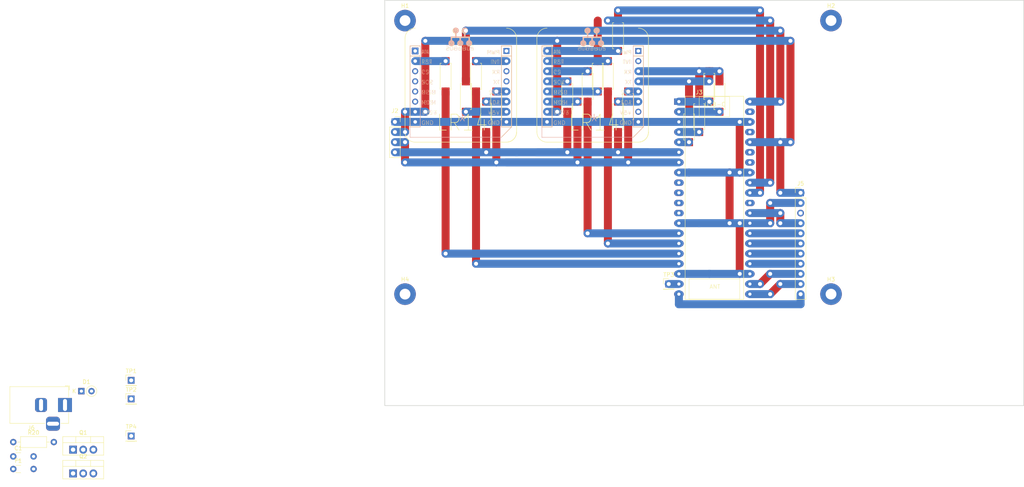
<source format=kicad_pcb>
(kicad_pcb (version 20240108) (generator "pcbnew") (generator_version "8.0")
  (layers (0 "F.Cu" signal) (31 "B.Cu" signal) (34 "B.Paste" user) (35 "F.Paste" user) (36 "B.SilkS" user "B.Silkscreen") (37 "F.SilkS" user "F.Silkscreen") (38 "B.Mask" user) (39 "F.Mask" user) (44 "Edge.Cuts" user))
  (net 0 "")
  (net 1 "GND")
  (net 2 "+5V")
  (net 3 "+3V3")
  (net 4 "Net-(J1-RST)")
  (net 5 "Net-(J1-AN)")
  (net 6 "Net-(J1-SDA)")
  (net 7 "Net-(J1-CS)")
  (net 9 "Net-(D1-A)")
  (net 11 "Net-(J1-MOSI)")
  (net 12 "Net-(J1-MISO)")
  (net 13 "Net-(J1-SCL)")
  (net 15 "Net-(J1-SCK)")
  (net 16 "Net-(D1-K)")
  (net 17 "/SDA_SCK")
  (net 18 "/SCL_MOSI")
  (net 19 "Net-(J3-EXIO7)")
  (net 20 "/U0_RX")
  (net 21 "Net-(J3-GPIO15)")
  (net 24 "/~{LR14_CS}")
  (net 25 "/SHT_IRQ")
  (net 26 "/UART_RX")
  (net 27 "Net-(J3-EXIO2)")
  (net 28 "/~{SHT_RST}")
  (net 30 "Net-(J3-GPIO22__SDIO_D2)")
  (net 33 "Net-(J3-~{RST})")
  (net 34 "/LR14_ADC")
  (net 35 "Net-(J3-EXIO4)")
  (net 36 "Net-(J3-GPIO23__SDIO_D3)")
  (net 37 "Net-(J3-EXIO6)")
  (net 39 "/~{LR14_RST}")
  (net 40 "Net-(J3-EXIO5)")
  (net 41 "/MISO")
  (net 42 "Net-(F1-Pad2)")
  (net 43 "Net-(J3-EXIO1)")
  (net 44 "Net-(J3-EXIO3)")
  (net 45 "Net-(J3-GPIO14)")
  (net 46 "/U0_TX")
  (net 47 "/UART_TX")
  (net 48 "Net-(J4-5V)")
  (net 50 "Net-(J4-SCL)")
  (net 51 "Net-(J4-RST)")
  (net 53 "Net-(J4-INT)")
  (net 55 "Net-(J4-SDA)")
  (net 63 "/RX")
  (net 64 "/TX")
  (footprint "Connector_PinHeader_2.54mm:PinHeader_1x01_P2.54mm_Vertical" (layer "F.Cu") (at -35.56 138.02)
    (property "Reference" "TP2" (at 0 -2.33 0) (layer "F.SilkS"))
    (property "Value" "1x1 2x54mm male")
    (pad "1" thru_hole rect (at 0 0) (size 1.7 1.7) (drill 1) (layers "*.Cu" "*.Mask") (net 21 "Net-(J3-GPIO15)"))
  )
  (footprint "Package_TO_SOT_THT:TO-220-3_Vertical" (layer "F.Cu") (at -50.1155 156.7065)
    (property "Reference" "Q2" (at 2.54 -4.27 0) (layer "F.SilkS"))
    (property "Value" "IRF4905")
    (pad "1" thru_hole rect (at 0 0) (size 1.905 2) (drill 1.1) (layers "*.Cu" "*.Mask") (net 1 "GND"))
    (pad "2" thru_hole oval (at 2.54 0) (size 1.905 2) (drill 1.1) (layers "*.Cu" "*.Mask") (net 16 "Net-(D1-K)"))
    (pad "3" thru_hole oval (at 5.08 0) (size 1.905 2) (drill 1.1) (layers "*.Cu" "*.Mask") (net 2 "+5V"))
  )
  (footprint "Connector_BarrelJack:BarrelJack_Horizontal" (layer "F.Cu") (at -52.1355 139.5515)
    (property "Reference" "J6" (at -8.45 5.75 0) (layer "F.SilkS"))
    (property "Value" "Barrel_Jack_Switch")
    (pad "1" thru_hole rect (at 0 0) (size 3.5 3.5) (drill oval 1 3) (layers "*.Cu" "*.Mask") (net 42 "Net-(F1-Pad2)"))
    (pad "2" thru_hole roundrect (at -6 0) (size 3 3.5) (drill oval 1 3) (layers "*.Cu" "*.Mask") (net 1 "GND"))
    (pad "3" thru_hole roundrect (at -3 4.7) (size 3.5 3.5) (drill oval 3 1) (layers "*.Cu" "*.Mask"))
  )
  (footprint "For_Rasterboard:R_Axial_DIN0207_L6.3mm_D2.5mm_Pinf_Horizontal" (layer "F.Cu") (at 55.88 60.96 -90)
    (property "Reference" "R17" (hide yes))
    (property "Value" "0")
    (pad "1" smd rect (at 0 0 270) (size 2 2) (layers "F.Cu") (net 50 "Net-(J4-SCL)"))
    (pad "2" smd rect (at 7.62 0 270) (size 2 2) (layers "F.Cu") (net 18 "/SCL_MOSI"))
  )
  (footprint "MountingHole:MountingHole_2.7mm_M2.5_Pad" (layer "F.Cu") (at 33.02 111.76)
    (property "Reference" "H4" (at 0 -3.7 0) (layer "F.SilkS"))
    (property "Value" "M2.5 hole")
    (pad "1" thru_hole circle (at 0 0) (size 5.4 5.4) (drill 2.7) (layers "*.Cu" "*.Mask") (net 1 "GND"))
  )
  (footprint "ESP32:ESP32-C6-Pico" (layer "F.Cu") (at 101.6 63.5)
    (property "Reference" "J3" (at 5.08 -2.33 0) (layer "F.SilkS"))
    (property "Value" "ESP32-C6-Pico")
    (fp_text user "USB-C" (at 6.35 1.27 0) (layer "F.SilkS") (effects (font (thickness 0.1)) (justify left bottom)))
    (fp_text user "ANT" (at 7.62 46.99 0) (layer "F.SilkS") (effects (font (thickness 0.1)) (justify left bottom)))
    (pad "1" thru_hole rect (at 0 0) (size 2.4 1.6) (drill 0.8) (layers "*.Cu" "*.Mask") (net 46 "/U0_TX"))
    (pad "2" thru_hole oval (at 0 2.54) (size 2.4 1.6) (drill 0.8) (layers "*.Cu" "*.Mask") (net 20 "/U0_RX"))
    (pad "3" thru_hole oval (at 0 5.08) (size 2.4 1.6) (drill 0.8) (layers "*.Cu" "*.Mask") (net 1 "GND"))
    (pad "4" thru_hole oval (at 0 7.62) (size 2.4 1.6) (drill 0.8) (layers "*.Cu" "*.Mask") (net 26 "/UART_RX"))
    (pad "5" thru_hole oval (at 0 10.16) (size 2.4 1.6) (drill 0.8) (layers "*.Cu" "*.Mask") (net 47 "/UART_TX"))
    (pad "6" thru_hole oval (at 0 12.7) (size 2.4 1.6) (drill 0.8) (layers "*.Cu" "*.Mask") (net 17 "/SDA_SCK"))
    (pad "7" thru_hole oval (at 0 15.24) (size 2.4 1.6) (drill 0.8) (layers "*.Cu" "*.Mask") (net 18 "/SCL_MOSI"))
    (pad "8" thru_hole oval (at 0 17.78) (size 2.4 1.6) (drill 0.8) (layers "*.Cu" "*.Mask") (net 1 "GND"))
    (pad "9" thru_hole oval (at 0 20.32) (size 2.4 1.6) (drill 0.8) (layers "*.Cu" "*.Mask") (net 45 "Net-(J3-GPIO14)"))
    (pad "10" thru_hole oval (at 0 22.86) (size 2.4 1.6) (drill 0.8) (layers "*.Cu" "*.Mask") (net 21 "Net-(J3-GPIO15)"))
    (pad "11" thru_hole oval (at 0 25.4) (size 2.4 1.6) (drill 0.8) (layers "*.Cu" "*.Mask"))
    (pad "12" thru_hole oval (at 0 27.94) (size 2.4 1.6) (drill 0.8) (layers "*.Cu" "*.Mask"))
    (pad "13" thru_hole oval (at 0 30.48) (size 2.4 1.6) (drill 0.8) (layers "*.Cu" "*.Mask") (net 1 "GND"))
    (pad "14" thru_hole oval (at 0 33.02) (size 2.4 1.6) (drill 0.8) (layers "*.Cu" "*.Mask") (net 24 "/~{LR14_CS}"))
    (pad "15" thru_hole oval (at 0 35.56) (size 2.4 1.6) (drill 0.8) (layers "*.Cu" "*.Mask") (net 39 "/~{LR14_RST}"))
    (pad "16" thru_hole oval (at 0 38.1) (size 2.4 1.6) (drill 0.8) (layers "*.Cu" "*.Mask") (net 28 "/~{SHT_RST}"))
    (pad "17" thru_hole oval (at 0 40.64) (size 2.4 1.6) (drill 0.8) (layers "*.Cu" "*.Mask") (net 25 "/SHT_IRQ"))
    (pad "18" thru_hole oval (at 0 43.18) (size 2.4 1.6) (drill 0.8) (layers "*.Cu" "*.Mask") (net 1 "GND"))
    (pad "19" thru_hole oval (at 0 45.72) (size 2.4 1.6) (drill 0.8) (layers "*.Cu" "*.Mask") (net 37 "Net-(J3-EXIO6)"))
    (pad "20" thru_hole oval (at 0 48.26) (size 2.4 1.6) (drill 0.8) (layers "*.Cu" "*.Mask") (net 19 "Net-(J3-EXIO7)"))
    (pad "21" thru_hole oval (at 17.78 48.26) (size 2.4 1.6) (drill 0.8) (layers "*.Cu" "*.Mask") (net 40 "Net-(J3-EXIO5)"))
    (pad "22" thru_hole oval (at 17.78 45.72) (size 2.4 1.6) (drill 0.8) (layers "*.Cu" "*.Mask") (net 35 "Net-(J3-EXIO4)"))
    (pad "23" thru_hole oval (at 17.78 43.18) (size 2.4 1.6) (drill 0.8) (layers "*.Cu" "*.Mask") (net 1 "GND"))
    (pad "24" thru_hole oval (at 17.78 40.64) (size 2.4 1.6) (drill 0.8) (layers "*.Cu" "*.Mask") (net 44 "Net-(J3-EXIO3)"))
    (pad "25" thru_hole oval (at 17.78 38.1) (size 2.4 1.6) (drill 0.8) (layers "*.Cu" "*.Mask") (net 27 "Net-(J3-EXIO2)"))
    (pad "26" thru_hole oval (at 17.78 35.56) (size 2.4 1.6) (drill 0.8) (layers "*.Cu" "*.Mask") (net 30 "Net-(J3-GPIO22__SDIO_D2)"))
    (pad "27" thru_hole oval (at 17.78 33.02) (size 2.4 1.6) (drill 0.8) (layers "*.Cu" "*.Mask") (net 36 "Net-(J3-GPIO23__SDIO_D3)"))
    (pad "28" thru_hole oval (at 17.78 30.48) (size 2.4 1.6) (drill 0.8) (layers "*.Cu" "*.Mask") (net 1 "GND"))
    (pad "29" thru_hole oval (at 17.78 27.94) (size 2.4 1.6) (drill 0.8) (layers "*.Cu" "*.Mask") (net 43 "Net-(J3-EXIO1)"))
    (pad "30" thru_hole oval (at 17.78 25.4) (size 2.4 1.6) (drill 0.8) (layers "*.Cu" "*.Mask") (net 33 "Net-(J3-~{RST})"))
    (pad "31" thru_hole oval (at 17.78 22.86) (size 2.4 1.6) (drill 0.8) (layers "*.Cu" "*.Mask") (net 34 "/LR14_ADC"))
    (pad "32" thru_hole oval (at 17.78 20.32) (size 2.4 1.6) (drill 0.8) (layers "*.Cu" "*.Mask") (net 41 "/MISO"))
    (pad "33" thru_hole oval (at 17.78 17.78) (size 2.4 1.6) (drill 0.8) (layers "*.Cu" "*.Mask") (net 1 "GND"))
    (pad "34" thru_hole oval (at 17.78 15.24) (size 2.4 1.6) (drill 0.8) (layers "*.Cu" "*.Mask"))
    (pad "35" thru_hole oval (at 17.78 12.7) (size 2.4 1.6) (drill 0.8) (layers "*.Cu" "*.Mask"))
    (pad "36" thru_hole oval (at 17.78 10.16) (size 2.4 1.6) (drill 0.8) (layers "*.Cu" "*.Mask") (net 3 "+3V3"))
    (pad "37" thru_hole oval (at 17.78 7.62) (size 2.4 1.6) (drill 0.8) (layers "*.Cu" "*.Mask"))
    (pad "38" thru_hole oval (at 17.78 5.08) (size 2.4 1.6) (drill 0.8) (layers "*.Cu" "*.Mask") (net 1 "GND"))
    (pad "39" thru_hole oval (at 17.78 2.54) (size 2.4 1.6) (drill 0.8) (layers "*.Cu" "*.Mask"))
    (pad "40" thru_hole oval (at 17.78 0) (size 2.4 1.6) (drill 0.8) (layers "*.Cu" "*.Mask") (net 2 "+5V"))
  )
  (footprint "Package_TO_SOT_THT:TO-220-3_Vertical" (layer "F.Cu") (at -50.1155 150.7465)
    (property "Reference" "Q1" (at 2.54 -4.27 0) (layer "F.SilkS"))
    (property "Value" "BT139-600")
    (pad "1" thru_hole rect (at 0 0) (size 1.905 2) (drill 1.1) (layers "*.Cu" "*.Mask") (net 1 "GND"))
    (pad "2" thru_hole oval (at 2.54 0) (size 1.905 2) (drill 1.1) (layers "*.Cu" "*.Mask") (net 16 "Net-(D1-K)"))
    (pad "3" thru_hole oval (at 5.08 0) (size 1.905 2) (drill 1.1) (layers "*.Cu" "*.Mask") (net 9 "Net-(D1-A)"))
  )
  (footprint "Connector_PinHeader_2.54mm:PinHeader_1x11_P2.54mm_Vertical" (layer "F.Cu") (at 132.08 86.36)
    (property "Reference" "J5" (at 0 -2.33 0) (layer "F.SilkS"))
    (property "Value" "1x11 2.54mm male")
    (pad "1" thru_hole rect (at 0 0) (size 1.7 1.7) (drill 1) (layers "*.Cu" "*.Mask") (net 3 "+3V3"))
    (pad "2" thru_hole oval (at 0 2.54) (size 1.7 1.7) (drill 1) (layers "*.Cu" "*.Mask") (net 1 "GND"))
    (pad "3" thru_hole oval (at 0 5.08) (size 1.7 1.7) (drill 1) (layers "*.Cu" "*.Mask"))
    (pad "4" thru_hole oval (at 0 7.62) (size 1.7 1.7) (drill 1) (layers "*.Cu" "*.Mask") (net 43 "Net-(J3-EXIO1)"))
    (pad "5" thru_hole oval (at 0 10.16) (size 1.7 1.7) (drill 1) (layers "*.Cu" "*.Mask") (net 36 "Net-(J3-GPIO23__SDIO_D3)"))
    (pad "6" thru_hole oval (at 0 12.7) (size 1.7 1.7) (drill 1) (layers "*.Cu" "*.Mask") (net 30 "Net-(J3-GPIO22__SDIO_D2)"))
    (pad "7" thru_hole oval (at 0 15.24) (size 1.7 1.7) (drill 1) (layers "*.Cu" "*.Mask") (net 27 "Net-(J3-EXIO2)"))
    (pad "8" thru_hole oval (at 0 17.78) (size 1.7 1.7) (drill 1) (layers "*.Cu" "*.Mask") (net 44 "Net-(J3-EXIO3)"))
    (pad "9" thru_hole oval (at 0 20.32) (size 1.7 1.7) (drill 1) (layers "*.Cu" "*.Mask") (net 35 "Net-(J3-EXIO4)"))
    (pad "10" thru_hole oval (at 0 22.86) (size 1.7 1.7) (drill 1) (layers "*.Cu" "*.Mask") (net 40 "Net-(J3-EXIO5)"))
    (pad "11" thru_hole oval (at 0 25.4) (size 1.7 1.7) (drill 1) (layers "*.Cu" "*.Mask") (net 19 "Net-(J3-EXIO7)"))
  )
  (footprint "MountingHole:MountingHole_2.7mm_M2.5_Pad" (layer "F.Cu") (at 33.02 43.18)
    (property "Reference" "H1" (at 0 -3.7 0) (layer "F.SilkS"))
    (property "Value" "M2.5 hole")
    (pad "1" thru_hole circle (at 0 0) (size 5.4 5.4) (drill 2.7) (layers "*.Cu" "*.Mask") (net 1 "GND"))
  )
  (footprint "MountingHole:MountingHole_2.7mm_M2.5_Pad" (layer "F.Cu") (at 139.7 43.18)
    (property "Reference" "H2" (at 0 -3.7 0) (layer "F.SilkS"))
    (property "Value" "M2.5 hole")
    (pad "1" thru_hole circle (at 0 0) (size 5.4 5.4) (drill 2.7) (layers "*.Cu" "*.Mask") (net 1 "GND"))
  )
  (footprint "For_Rasterboard:R_Axial_DIN0207_L6.3mm_D2.5mm_Pinf_Horizontal" (layer "F.Cu") (at 73.66 66.04 90)
    (property "Reference" "R8" (hide yes))
    (property "Value" "0")
    (pad "1" smd rect (at 0 0 90) (size 2 2) (layers "F.Cu") (net 17 "/SDA_SCK"))
    (pad "2" smd rect (at 7.62 0 90) (size 2 2) (layers "F.Cu") (net 15 "Net-(J1-SCK)"))
  )
  (footprint "For_Rasterboard:R_Axial_DIN0207_L6.3mm_D2.5mm_P10.16mm_Horizontal" (layer "F.Cu") (at -65.0855 148.8465)
    (property "Reference" "R20" (at 5.08 -2.37 0) (layer "F.SilkS"))
    (property "Value" "100")
    (pad "1" thru_hole circle (at 0 0) (size 1.6 1.6) (drill 0.8) (layers "*.Cu" "*.Mask") (net 9 "Net-(D1-A)"))
    (pad "2" thru_hole oval (at 10.16 0) (size 1.6 1.6) (drill 0.8) (layers "*.Cu" "*.Mask") (net 1 "GND"))
  )
  (footprint "For_Rasterboard:D_DO-35_SOD27_P2.54mm_Vertical_KathodeUp" (layer "F.Cu") (at -48.0355 136.077871)
    (property "Reference" "D1" (at 1.27 -2.326371 0) (layer "F.SilkS"))
    (property "Value" "BZX55C-5V1")
    (fp_text user "K" (at -1.8 0 0) (layer "F.SilkS"))
    (pad "1" thru_hole rect (at 0 0) (size 1.6 1.6) (drill 0.8) (layers "*.Cu" "*.Mask") (net 16 "Net-(D1-K)"))
    (pad "2" thru_hole oval (at 2.54 0) (size 1.6 1.6) (drill 0.8) (layers "*.Cu" "*.Mask") (net 9 "Net-(D1-A)"))
  )
  (footprint "For_Rasterboard:R_Axial_DIN0207_L6.3mm_D2.5mm_Pinf_Horizontal" (layer "F.Cu") (at 78.74 63.5 90)
    (property "Reference" "R7" (hide yes))
    (property "Value" "0")
    (pad "1" smd rect (at 0 0 90) (size 2 2) (layers "F.Cu") (net 24 "/~{LR14_CS}"))
    (pad "2" smd rect (at 7.62 0 90) (size 2 2) (layers "F.Cu") (net 7 "Net-(J1-CS)"))
  )
  (footprint "For_Rasterboard:R_Axial_DIN0207_L6.3mm_D2.5mm_Pinf_Horizontal" (layer "F.Cu") (at 86.36 43.18 -90)
    (property "Reference" "R5" (hide yes))
    (property "Value" "0")
    (pad "1" smd rect (at 0 0 270) (size 2 2) (layers "F.Cu") (net 34 "/LR14_ADC"))
    (pad "2" smd rect (at 7.62 0 270) (size 2 2) (layers "F.Cu") (net 5 "Net-(J1-AN)"))
  )
  (footprint "mikroBUS:MIKROBUS_HOST_CONN" (layer "F.Cu") (at 68.58 50.8)
    (property "Reference" "J1" (hide yes))
    (property "Value" "LR14" (at 11.8 18 0) (layer "F.SilkS") (effects (font (size 4 3.5))))
    (fp_text user "GND" (at 19.743847 18.015 0) (layer "B.SilkS") (effects (font (thickness 0.05)) (justify mirror)))
    (fp_text user "RX" (at 20.291466 5.315 0) (layer "B.SilkS") (effects (font (thickness 0.05)) (justify mirror)))
    (fp_text user "MOSI" (at 3.405334 12.935 0) (layer "B.SilkS") (effects (font (thickness 0.05)) (justify mirror)))
    (fp_text user "SCL" (at 19.886704 10.395 0) (layer "B.SilkS") (effects (font (thickness 0.05)) (justify mirror)))
    (fp_text user "PWM" (at 19.6248 0.362 0) (layer "B.SilkS") (effects (font (thickness 0.05)) (justify mirror)))
    (fp_text user "*" (at 11.8 18 0) (layer "B.SilkS") (effects (font (size 4 3.5)) (justify mirror)))
    (fp_text user "RST" (at 2.952953 2.775 0) (layer "B.SilkS") (effects (font (thickness 0.05)) (justify mirror)))
    (fp_text user "+5V" (at 19.743847 15.475 0) (layer "B.SilkS") (effects (font (thickness 0.05)) (justify mirror)))
    (fp_text user "INT" (at 20.1248 2.775 0) (layer "B.SilkS") (effects (font (thickness 0.05)) (justify mirror)))
    (fp_text user "AN" (at 2.548191 0.235 0) (layer "B.SilkS") (effects (font (thickness 0.05)) (justify mirror)))
    (fp_text user "SCK" (at 3.072 7.855 0) (layer "B.SilkS") (effects (font (thickness 0.05)) (justify mirror)))
    (fp_text user "CS" (at 2.572 5.2896 0) (layer "B.SilkS") (effects (font (thickness 0.05)) (justify mirror)))
    (fp_text user "MISO" (at 3.405334 10.3696 0) (layer "B.SilkS") (effects (font (thickness 0.05)) (justify mirror)))
    (fp_text user "TX" (at 20.410514 7.855 0) (layer "B.SilkS") (effects (font (thickness 0.05)) (justify mirror)))
    (fp_text user "+3V3" (at 3.59581 15.4496 0) (layer "B.SilkS") (effects (font (thickness 0.05)) (justify mirror)))
    (fp_text user "mikro~{BUS}" (at 11.2 -0.6 0) (layer "B.SilkS") (effects (font (thickness 0.05)) (justify mirror)))
    (fp_text user "SDA" (at 19.862895 12.935 0) (layer "B.SilkS") (effects (font (thickness 0.05)) (justify mirror)))
    (fp_text user "GND" (at 3.119619 18.015 0) (layer "B.SilkS") (effects (font (thickness 0.05)) (justify mirror)))
    (fp_text user "GND" (at 19.616581 18.015 0) (layer "F.SilkS") (effects (font (thickness 0.05))))
    (fp_text user "SDA" (at 19.735629 12.935 0) (layer "F.SilkS") (effects (font (thickness 0.05))))
    (fp_text user "CS" (at 2.51619 5.315 0) (layer "F.SilkS") (effects (font (thickness 0.05))))
    (fp_text user "RX" (at 20.1642 5.315 0) (layer "F.SilkS") (effects (font (thickness 0.05))))
    (fp_text user "GND" (at 3.063809 18.015 0) (layer "F.SilkS") (effects (font (thickness 0.05))))
    (fp_text user "INT" (at 19.997534 2.775 0) (layer "F.SilkS") (effects (font (thickness 0.05))))
    (fp_text user "SCL" (at 19.759438 10.395 0) (layer "F.SilkS") (effects (font (thickness 0.05))))
    (fp_text user "MOSI" (at 3.349524 12.935 0) (layer "F.SilkS") (effects (font (thickness 0.05))))
    (fp_text user "RST" (at 2.897143 2.775 0) (layer "F.SilkS") (effects (font (thickness 0.05))))
    (fp_text user "+3V3" (at 3.54 15.475 0) (layer "F.SilkS") (effects (font (thickness 0.05))))
    (fp_text user "TX" (at 20.283248 7.855 0) (layer "F.SilkS") (effects (font (thickness 0.05))))
    (fp_text user "PWM" (at 19.497534 0.362 0) (layer "F.SilkS") (effects (font (thickness 0.05))))
    (fp_text user "AN" (at 2.492381 0.235 0) (layer "F.SilkS") (effects (font (thickness 0.05))))
    (fp_text user "+5V" (at 19.616581 15.475 0) (layer "F.SilkS") (effects (font (thickness 0.05))))
    (fp_text user "mikro~{BUS}" (at 11.2 -0.6 0) (layer "F.SilkS") (effects (font (thickness 0.05))))
    (fp_text user "SCK" (at 3.01619 7.855 0) (layer "F.SilkS") (effects (font (thickness 0.05))))
    (fp_text user "MISO" (at 3.349524 10.395 0) (layer "F.SilkS") (effects (font (thickness 0.05))))
    (pad "P1" thru_hole rect (at 0 0) (size 1.6764 1.6764) (drill 0.889) (layers "*.Cu" "*.Mask") (net 5 "Net-(J1-AN)"))
    (pad "P2" thru_hole circle (at 0 2.54) (size 1.524 1.524) (drill 0.889) (layers "*.Cu" "*.Mask") (net 4 "Net-(J1-RST)"))
    (pad "P3" thru_hole circle (at 0 5.08) (size 1.524 1.524) (drill 0.889) (layers "*.Cu" "*.Mask") (net 7 "Net-(J1-CS)"))
    (pad "P4" thru_hole circle (at 0 7.62) (size 1.524 1.524) (drill 0.889) (layers "*.Cu" "*.Mask") (net 15 "Net-(J1-SCK)"))
    (pad "P5" thru_hole circle (at 0 10.16) (size 1.524 1.524) (drill 0.889) (layers "*.Cu" "*.Mask") (net 12 "Net-(J1-MISO)"))
    (pad "P6" thru_hole circle (at 0 12.7) (size 1.524 1.524) (drill 0.889) (layers "*.Cu" "*.Mask") (net 11 "Net-(J1-MOSI)"))
    (pad "P7" thru_hole circle (at 0 15.24) (size 1.524 1.524) (drill 0.889) (layers "*.Cu" "*.Mask") (net 3 "+3V3"))
    (pad "P8" thru_hole circle (at 0 17.78) (size 1.524 1.524) (drill 0.889) (layers "*.Cu" "*.Mask") (net 1 "GND"))
    (pad "P9" thru_hole circle (at 22.86 17.78) (size 1.524 1.524) (drill 0.889) (layers "*.Cu" "*.Mask") (net 1 "GND"))
    (pad "P10" thru_hole circle (at 22.86 15.24) (size 1.524 1.524) (drill 0.889) (layers "*.Cu" "*.Mask"))
    (pad "P11" thru_hole circle (at 22.86 12.7) (size 1.524 1.524) (drill 0.889) (layers "*.Cu" "*.Mask") (net 6 "Net-(J1-SDA)"))
    (pad "P12" thru_hole circle (at 22.86 10.16) (size 1.524 1.524) (drill 0.889) (layers "*.Cu" "*.Mask") (net 13 "Net-(J1-SCL)"))
    (pad "P13" thru_hole circle (at 22.86 7.62) (size 1.524 1.524) (drill 0.889) (layers "*.Cu" "*.Mask") (net 64 "/TX"))
    (pad "P14" thru_hole circle (at 22.86 5.08) (size 1.524 1.524) (drill 0.889) (layers "*.Cu" "*.Mask") (net 63 "/RX"))
    (pad "P15" thru_hole circle (at 22.86 2.54) (size 1.524 1.524) (drill 0.889) (layers "*.Cu" "*.Mask"))
    (pad "P16" thru_hole rect (at 22.86 0) (size 1.524 1.524) (drill 0.889) (layers "*.Cu" "*.Mask"))
  )
  (footprint "For_Rasterboard:R_Axial_DIN0207_L6.3mm_D2.5mm_Pinf_Horizontal" (layer "F.Cu") (at 81.28 53.34 -90)
    (property "Reference" "R9" (hide yes))
    (property "Value" "0")
    (pad "1" smd rect (at 0 0 270) (size 2 2) (layers "F.Cu") (net 41 "/MISO"))
    (pad "2" smd rect (at 7.62 0 270) (size 2 2) (layers "F.Cu") (net 12 "Net-(J1-MISO)"))
  )
  (footprint "For_Rasterboard:R_Axial_DIN0207_L6.3mm_D2.5mm_Pinf_Horizontal" (layer "F.Cu") (at 109.22 55.88 -90)
    (property "Reference" "R4" (hide yes))
    (property "Value" "0")
    (pad "1" smd rect (at 0 0 270) (size 2 2) (layers "F.Cu") (net 64 "/TX"))
    (pad "2" smd rect (at 7.62 0 270) (size 2 2) (layers "F.Cu") (net 46 "/U0_TX"))
  )
  (footprint "Connector_PinHeader_2.54mm:PinHeader_1x01_P2.54mm_Vertical" (layer "F.Cu") (at -35.56 133.37)
    (property "Reference" "TP1" (at 0 -2.33 0) (layer "F.SilkS"))
    (property "Value" "1x1 2x54mm male")
    (pad "1" thru_hole rect (at 0 0) (size 1.7 1.7) (drill 1) (layers "*.Cu" "*.Mask") (net 45 "Net-(J3-GPIO14)"))
  )
  (footprint "Connector_PinSocket_2.54mm:PinSocket_1x04_P2.54mm_Vertical" (layer "F.Cu") (at 30.48 68.58)
    (property "Reference" "J2" (at 0 -2.77 360) (layer "F.SilkS"))
    (property "Value" "1x4 2.54mm female")
    (pad "1" thru_hole rect (at 0 0) (size 1.7 1.7) (drill 1) (layers "*.Cu" "*.Mask") (net 1 "GND"))
    (pad "2" thru_hole oval (at 0 2.54) (size 1.7 1.7) (drill 1) (layers "*.Cu" "*.Mask") (net 3 "+3V3"))
    (pad "3" thru_hole oval (at 0 5.08) (size 1.7 1.7) (drill 1) (layers "*.Cu" "*.Mask") (net 18 "/SCL_MOSI"))
    (pad "4" thru_hole oval (at 0 7.62) (size 1.7 1.7) (drill 1) (layers "*.Cu" "*.Mask") (net 17 "/SDA_SCK"))
  )
  (footprint "For_Rasterboard:R_Axial_DIN0207_L6.3mm_D2.5mm_Pinf_Horizontal" (layer "F.Cu") (at 43.18 60.96 90)
    (property "Reference" "R15" (hide yes))
    (property "Value" "0")
    (pad "1" smd rect (at 0 0 90) (size 2 2) (layers "F.Cu") (net 28 "/~{SHT_RST}"))
    (pad "2" smd rect (at 7.62 0 90) (size 2 2) (layers "F.Cu") (net 51 "Net-(J4-RST)"))
  )
  (footprint "For_Rasterboard:R_Axial_DIN0207_L6.3mm_D2.5mm_Pinf_Horizontal" (layer "F.Cu") (at 106.68 63.5 -90)
    (property "Reference" "R1" (hide yes))
    (property "Value" "0")
    (pad "1" smd rect (at 0 0 270) (size 2 2) (layers "F.Cu") (net 63 "/RX"))
    (pad "2" smd rect (at 7.62 0 270) (size 2 2) (layers "F.Cu") (net 26 "/UART_RX"))
  )
  (footprint "For_Rasterboard:C_Disc_D3.0mm_W1.6mm_P5.00mm" (layer "F.Cu") (at -65.0855 155.5965)
    (property "Reference" "F1" (at 1.25 -2.05 0) (layer "F.SilkS"))
    (property "Value" "4A Polyfuse")
    (pad "1" thru_hole circle (at 0 0) (size 1.6 1.6) (drill 0.8) (layers "*.Cu" "*.Mask") (net 16 "Net-(D1-K)"))
    (pad "2" thru_hole circle (at 5.08 0) (size 1.6 1.6) (drill 0.8) (layers "*.Cu" "*.Mask") (net 42 "Net-(F1-Pad2)"))
  )
  (footprint "For_Rasterboard:R_Axial_DIN0207_L6.3mm_D2.5mm_Pinf_Horizontal" (layer "F.Cu") (at 88.9 60.96 -90)
    (property "Reference" "R13" (hide yes))
    (property "Value" "0")
    (pad "1" smd rect (at 0 0 270) (size 2 2) (layers "F.Cu") (net 13 "Net-(J1-SCL)"))
    (pad "2" smd rect (at 7.62 0 270) (size 2 2) (layers "F.Cu") (net 18 "/SCL_MOSI"))
  )
  (footprint "For_Rasterboard:R_Axial_DIN0207_L6.3mm_D2.5mm_Pinf_Horizontal" (layer "F.Cu") (at 111.76 58.42 -90)
    (property "Reference" "R2" (hide yes))
    (property "Value" "0")
    (pad "1" smd rect (at 0 0 270) (size 2 2) (layers "F.Cu") (net 63 "/RX"))
    (pad "2" smd rect (at 7.62 0 270) (size 2 2) (layers "F.Cu") (net 20 "/U0_RX"))
  )
  (footprint "For_Rasterboard:R_Axial_DIN0207_L6.3mm_D2.5mm_Pinf_Horizontal" (layer "F.Cu") (at 104.14 66.04 -90)
    (property "Reference" "R3" (hide yes))
    (property "Value" "0")
    (pad "1" smd rect (at 0 0 270) (size 2 2) (layers "F.Cu") (net 64 "/TX"))
    (pad "2" smd rect (at 7.62 0 270) (size 2 2) (layers "F.Cu") (net 47 "/UART_TX"))
  )
  (footprint "MountingHole:MountingHole_2.7mm_M2.5_Pad" (layer "F.Cu") (at 139.7 111.76)
    (property "Reference" "H3" (at 0 -3.7 0) (layer "F.SilkS"))
    (property "Value" "M2.5 hole")
    (pad "1" thru_hole circle (at 0 0) (size 5.4 5.4) (drill 2.7) (layers "*.Cu" "*.Mask") (net 1 "GND"))
  )
  (footprint "For_Rasterboard:R_Axial_DIN0207_L6.3mm_D2.5mm_Pinf_Horizontal" (layer "F.Cu") (at 50.8 60.96 90)
    (property "Reference" "R16" (hide yes))
    (property "Value" "0")
    (pad "1" smd rect (at 0 0 90) (size 2 2) (layers "F.Cu") (net 25 "/SHT_IRQ"))
    (pad "2" smd rect (at 7.62 0 90) (size 2 2) (layers "F.Cu") (net 53 "Net-(J4-INT)"))
  )
  (footprint "For_Rasterboard:R_Axial_DIN0207_L6.3mm_D2.5mm_Pinf_Horizontal" (layer "F.Cu") (at 48.26 58.42 -90)
    (property "Reference" "R19" (hide yes))
    (property "Value" "0")
    (pad "1" smd rect (at 0 0 270) (size 2 2) (layers "F.Cu") (net 2 "+5V"))
    (pad "2" smd rect (at 7.62 0 270) (size 2 2) (layers "F.Cu") (net 48 "Net-(J4-5V)"))
  )
  (footprint "Connector_PinHeader_2.54mm:PinHeader_1x01_P2.54mm_Vertical" (layer "F.Cu") (at 99.06 109.22)
    (property "Reference" "TP3" (at 0 -2.33 0) (layer "F.SilkS"))
    (property "Value" "1x1 2x54mm male")
    (pad "1" thru_hole rect (at 0 0) (size 1.7 1.7) (drill 1) (layers "*.Cu" "*.Mask") (net 37 "Net-(J3-EXIO6)"))
  )
  (footprint "For_Rasterboard:C_Disc_D3.0mm_W1.6mm_P5.00mm" (layer "F.Cu") (at -65.0855 152.4465)
    (property "Reference" "C1" (at 1.25 -2.05 0) (layer "F.SilkS"))
    (property "Value" "100n")
    (pad "1" thru_hole circle (at 0 0) (size 1.6 1.6) (drill 0.8) (layers "*.Cu" "*.Mask") (net 1 "GND"))
    (pad "2" thru_hole circle (at 5.08 0) (size 1.6 1.6) (drill 0.8) (layers "*.Cu" "*.Mask") (net 9 "Net-(D1-A)"))
  )
  (footprint "mikroBUS:MIKROBUS_HOST_CONN" (layer "F.Cu") (at 35.56 50.8)
    (property "Reference" "J4" (hide yes))
    (property "Value" "LR14" (at 11.8 18 0) (layer "F.SilkS") (effects (font (size 4 3.5))))
    (fp_text user "INT" (at 20.1248 2.775 0) (layer "B.SilkS") (effects (font (thickness 0.05)) (justify mirror)))
    (fp_text user "MOSI" (at 3.405334 12.935 0) (layer "B.SilkS") (effects (font (thickness 0.05)) (justify mirror)))
    (fp_text user "SCL" (at 19.886704 10.395 0) (layer "B.SilkS") (effects (font (thickness 0.05)) (justify mirror)))
    (fp_text user "RST" (at 2.952953 2.775 0) (layer "B.SilkS") (effects (font (thickness 0.05)) (justify mirror)))
    (fp_text user "CS" (at 2.572 5.2896 0) (layer "B.SilkS") (effects (font (thickness 0.05)) (justify mirror)))
    (fp_text user "SCK" (at 3.072 7.855 0) (layer "B.SilkS") (effects (font (thickness 0.05)) (justify mirror)))
    (fp_text user "+5V" (at 19.743847 15.475 0) (layer "B.SilkS") (effects (font (thickness 0.05)) (justify mirror)))
    (fp_text user "PWM" (at 19.6248 0.362 0) (layer "B.SilkS") (effects (font (thickness 0.05)) (justify mirror)))
    (fp_text user "SDA" (at 19.862895 12.935 0) (layer "B.SilkS") (effects (font (thickness 0.05)) (justify mirror)))
    (fp_text user "GND" (at 3.119619 18.015 0) (layer "B.SilkS") (effects (font (thickness 0.05)) (justify mirror)))
    (fp_text user "*" (at 11.8 18 0) (layer "B.SilkS") (effects (font (size 4 3.5)) (justify mirror)))
    (fp_text user "GND" (at 19.743847 18.015 0) (layer "B.SilkS") (effects (font (thickness 0.05)) (justify mirror)))
    (fp_text user "mikro~{BUS}" (at 11.2 -0.6 0) (layer "B.SilkS") (effects (font (thickness 0.05)) (justify mirror)))
    (fp_text user "AN" (at 2.548191 0.235 0) (layer "B.SilkS") (effects (font (thickness 0.05)) (justify mirror)))
    (fp_text user "+3V3" (at 3.59581 15.4496 0) (layer "B.SilkS") (effects (font (thickness 0.05)) (justify mirror)))
    (fp_text user "MISO" (at 3.405334 10.3696 0) (layer "B.SilkS") (effects (font (thickness 0.05)) (justify mirror)))
    (fp_text user "TX" (at 20.410514 7.855 0) (layer "B.SilkS") (effects (font (thickness 0.05)) (justify mirror)))
    (fp_text user "RX" (at 20.291466 5.315 0) (layer "B.SilkS") (effects (font (thickness 0.05)) (justify mirror)))
    (fp_text user "RX" (at 20.1642 5.315 0) (layer "F.SilkS") (effects (font (thickness 0.05))))
    (fp_text user "INT" (at 19.997534 2.775 0) (layer "F.SilkS") (effects (font (thickness 0.05))))
    (fp_text user "PWM" (at 19.497534 0.362 0) (layer "F.SilkS") (effects (font (thickness 0.05))))
    (fp_text user "SCK" (at 3.01619 7.855 0) (layer "F.SilkS") (effects (font (thickness 0.05))))
    (fp_text user "GND" (at 3.063809 18.015 0) (layer "F.SilkS") (effects (font (thickness 0.05))))
    (fp_text user "GND" (at 19.616581 18.015 0) (layer "F.SilkS") (effects (font (thickness 0.05))))
    (fp_text user "RST" (at 2.897143 2.775 0) (layer "F.SilkS") (effects (font (thickness 0.05))))
    (fp_text user "MISO" (at 3.349524 10.395 0) (layer "F.SilkS") (effects (font (thickness 0.05))))
    (fp_text user "mikro~{BUS}" (at 11.2 -0.6 0) (layer "F.SilkS") (effects (font (thickness 0.05))))
    (fp_text user "SDA" (at 19.735629 12.935 0) (layer "F.SilkS") (effects (font (thickness 0.05))))
    (fp_text user "SCL" (at 19.759438 10.395 0) (layer "F.SilkS") (effects (font (thickness 0.05))))
    (fp_text user "+5V" (at 19.616581 15.475 0) (layer "F.SilkS") (effects (font (thickness 0.05))))
    (fp_text user "AN" (at 2.492381 0.235 0) (layer "F.SilkS") (effects (font (thickness 0.05))))
    (fp_text user "TX" (at 20.283248 7.855 0) (layer "F.SilkS") (effects (font (thickness 0.05))))
    (fp_text user "CS" (at 2.51619 5.315 0) (layer "F.SilkS") (effects (font (thickness 0.05))))
    (fp_text user "+3V3" (at 3.54 15.475 0) (layer "F.SilkS") (effects (font (thickness 0.05))))
    (fp_text user "MOSI" (at 3.349524 12.935 0) (layer "F.SilkS") (effects (font (thickness 0.05))))
    (pad "P1" thru_hole rect (at 0 0) (size 1.6764 1.6764) (drill 0.889) (layers "*.Cu" "*.Mask"))
    (pad "P2" thru_hole circle (at 0 2.54) (size 1.524 1.524) (drill 0.889) (layers "*.Cu" "*.Mask") (net 51 "Net-(J4-RST)"))
    (pad "P3" thru_hole circle (at 0 5.08) (size 1.524 1.524) (drill 0.889) (layers "*.Cu" "*.Mask"))
    (pad "P4" thru_hole circle (at 0 7.62) (size 1.524 1.524) (drill 0.889) (layers "*.Cu" "*.Mask"))
    (pad "P5" thru_hole circle (at 0 10.16) (size 1.524 1.524) (drill 0.889) (layers "*.Cu" "*.Mask"))
    (pad "P6" thru_hole circle (at 0 12.7) (size 1.524 1.524) (drill 0.889) (layers "*.Cu" "*.Mask"))
    (pad "P7" thru_hole circle (at 0 15.24) (size 1.524 1.524) (drill 0.889) (layers "*.Cu" "*.Mask") (net 3 "+3V3"))
    (pad "P8" thru_hole circle (at 0 17.78) (size 1.524 1.524) (drill 0.889) (layers "*.Cu" "*.Mask") (net 1 "GND"))
    (pad "P9" thru_hole circle (at 22.86 17.78) (size 1.524 1.524) (drill 0.889) (layers "*.Cu" "*.Mask") (net 1 "GND"))
    (pad "P10" thru_hole circle (at 22.86 15.24) (size 1.524 1.524) (drill 0.889) (layers "*.Cu" "*.Mask") (net 48 "Net-(J4-5V)"))
    (pad "P11" thru_hole circle (at 22.86 12.7) (size 1.524 1.524) (drill 0.889) (layers "*.Cu" "*.Mask") (net 55 "Net-(J4-SDA)"))
    (pad "P12" thru_hole circle (at 22.86 10.16) (size 1.524 1.524) (drill 0.889) (layers "*.Cu" "*.Mask") (net 50 "Net-(J4-SCL)"))
    (pad "P13" thru_hole circle (at 22.86 7.62) (size 1.524 1.524) (drill 0.889) (layers "*.Cu" "*.Mask"))
    (pad "P14" thru_hole circle (at 22.86 5.08) (size 1.524 1.524) (drill 0.889) (layers "*.Cu" "*.Mask"))
    (pad "P15" thru_hole circle (at 22.86 2.54) (size 1.524 1.524) (drill 0.889) (layers "*.Cu" "*.Mask") (net 53 "Net-(J4-INT)"))
    (pad "P16" thru_hole rect (at 22.86 0) (size 1.524 1.524) (drill 0.889) (layers "*.Cu" "*.Mask"))
  )
  (footprint "For_Rasterboard:R_Axial_DIN0207_L6.3mm_D2.5mm_Pinf_Horizontal" (layer "F.Cu") (at 83.82 60.96 90)
    (property "Reference" "R6" (hide yes))
    (property "Value" "0")
    (pad "1" smd rect (at 0 0 90) (size 2 2) (layers "F.Cu") (net 39 "/~{LR14_RST}"))
    (pad "2" smd rect (at 7.62 0 90) (size 2 2) (layers "F.Cu") (net 4 "Net-(J1-RST)"))
  )
  (footprint "For_Rasterboard:R_Axial_DIN0207_L6.3mm_D2.5mm_Pinf_Horizontal" (layer "F.Cu") (at 86.36 71.12 90)
    (property "Reference" "R14" (hide yes))
    (property "Value" "0")
    (pad "1" smd rect (at 0 0 90) (size 2 2) (layers "F.Cu") (net 17 "/SDA_SCK"))
    (pad "2" smd rect (at 7.62 0 90) (size 2 2) (layers "F.Cu") (net 6 "Net-(J1-SDA)"))
  )
  (footprint "Connector_PinHeader_2.54mm:PinHeader_1x01_P2.54mm_Vertical" (layer "F.Cu") (at -35.56 147.32)
    (property "Reference" "TP4" (at 0 -2.33 0) (layer "F.SilkS"))
    (property "Value" "1x1 2x54mm male")
    (pad "1" thru_hole rect (at 0 0) (size 1.7 1.7) (drill 1) (layers "*.Cu" "*.Mask") (net 33 "Net-(J3-~{RST})"))
  )
  (footprint "For_Rasterboard:R_Axial_DIN0207_L6.3mm_D2.5mm_Pinf_Horizontal" (layer "F.Cu") (at 53.34 63.5 -90)
    (property "Reference" "R18" (hide yes))
    (property "Value" "0")
    (pad "1" smd rect (at 0 0 270) (size 2 2) (layers "F.Cu") (net 55 "Net-(J4-SDA)"))
    (pad "2" smd rect (at 7.62 0 270) (size 2 2) (layers "F.Cu") (net 17 "/SDA_SCK"))
  )
  (footprint "For_Rasterboard:R_Axial_DIN0207_L6.3mm_D2.5mm_Pinf_Horizontal" (layer "F.Cu") (at 76.2 71.12 90)
    (property "Reference" "R10" (hide yes))
    (property "Value" "0")
    (pad "1" smd rect (at 0 0 90) (size 2 2) (layers "F.Cu") (net 18 "/SCL_MOSI"))
    (pad "2" smd rect (at 7.62 0 90) (size 2 2) (layers "F.Cu") (net 11 "Net-(J1-MOSI)"))
  )
  (gr_rect (start 27.94 38.1) (end 187.96 139.7) (stroke (width 0.15)) (fill none) (layer "Edge.Cuts"))
  (segment (start 116.84 68.58) (end 116.84 81.28) (width 2) (layer "F.Cu") (net 1))
  (segment (start 116.84 93.98) (end 116.84 106.68) (width 2) (layer "F.Cu") (net 1))
  (segment (start 124.46 93.98) (end 124.46 88.9) (width 2) (layer "F.Cu") (net 1))
  (segment (start 114.3 81.28) (end 114.3 93.98) (width 2) (layer "F.Cu") (net 1))
  (via (at 114.3 81.28) (size 2) (drill 1) (layers "F.Cu" "B.Cu") (net 1))
  (via (at 116.84 68.58) (size 2) (drill 1) (layers "F.Cu" "B.Cu") (net 1))
  (via (at 116.84 106.68) (size 2) (drill 1) (layers "F.Cu" "B.Cu") (net 1))
  (via (at 116.84 93.98) (size 2) (drill 1) (layers "F.Cu" "B.Cu") (net 1))
  (via (at 116.84 81.28) (size 2) (drill 1) (layers "F.Cu" "B.Cu") (net 1))
  (via (at 114.3 93.98) (size 2) (drill 1) (layers "F.Cu" "B.Cu") (net 1))
  (via (at 124.46 88.9) (size 2) (drill 1) (layers "F.Cu" "B.Cu") (net 1))
  (via (at 124.46 93.98) (size 2) (drill 1) (layers "F.Cu" "B.Cu") (net 1))
  (segment (start 119.38 93.98) (end 124.46 93.98) (width 2) (layer "B.Cu") (net 1))
  (segment (start 106.68 93.98) (end 119.38 93.98) (width 2) (layer "B.Cu") (net 1))
  (segment (start 109.22 106.68) (end 101.6 106.68) (width 2) (layer "B.Cu") (net 1))
  (segment (start 124.46 88.9) (end 132.08 88.9) (width 2) (layer "B.Cu") (net 1))
  (segment (start 81.28 68.58) (end 35.56 68.58) (width 2) (layer "B.Cu") (net 1))
  (segment (start 119.38 106.68) (end 109.22 106.68) (width 2) (layer "B.Cu") (net 1))
  (segment (start 101.6 68.58) (end 119.38 68.58) (width 2) (layer "B.Cu") (net 1))
  (segment (start 101.6 68.58) (end 50.8 68.58) (width 2) (layer "B.Cu") (net 1))
  (segment (start 30.48 68.58) (end 35.56 68.58) (width 2) (layer "B.Cu") (net 1))
  (segment (start 104.14 81.28) (end 101.6 81.28) (width 2) (layer "B.Cu") (net 1))
  (segment (start 106.68 93.98) (end 101.6 93.98) (width 2) (layer "B.Cu") (net 1))
  (segment (start 104.14 81.28) (end 119.38 81.28) (width 2) (layer "B.Cu") (net 1))
  (segment (start 48.26 58.42) (end 48.26 45.72) (width 2) (layer "F.Cu") (net 2))
  (segment (start 127 63.5) (end 127 45.72) (width 2) (layer "F.Cu") (net 2))
  (via (at 48.26 45.72) (size 2) (drill 1) (layers "F.Cu" "B.Cu") (net 2))
  (via (at 127 63.5) (size 2) (drill 1) (layers "F.Cu" "B.Cu") (net 2))
  (via (at 127 45.72) (size 2) (drill 1) (layers "F.Cu" "B.Cu") (net 2))
  (segment (start 119.38 63.5) (end 127 63.5) (width 2) (layer "B.Cu") (net 2))
  (segment (start 127 45.72) (end 48.26 45.72) (width 2) (layer "B.Cu") (net 2))
  (segment (start 38.1 48.26) (end 38.1 66.04) (width 2) (layer "F.Cu") (net 3))
  (segment (start 129.54 48.26) (end 129.54 73.66) (width 2) (layer "F.Cu") (net 3))
  (segment (start 127 73.66) (end 127 86.36) (width 2) (layer "F.Cu") (net 3))
  (segment (start 71.12 66.04) (end 71.12 48.26) (width 2) (layer "F.Cu") (net 3))
  (segment (start 33.02 66.04) (end 33.02 71.12) (width 2) (layer "F.Cu") (net 3))
  (via (at 71.12 48.26) (size 2) (drill 1) (layers "F.Cu" "B.Cu") (net 3))
  (via (at 127 86.36) (size 2) (drill 1) (layers "F.Cu" "B.Cu") (net 3))
  (via (at 71.12 66.04) (size 2) (drill 1) (layers "F.Cu" "B.Cu") (net 3))
  (via (at 33.02 71.12) (size 2) (drill 1) (layers "F.Cu" "B.Cu") (net 3))
  (via (at 33.02 66.04) (size 2) (drill 1) (layers "F.Cu" "B.Cu") (net 3))
  (via (at 129.54 48.26) (size 2) (drill 1) (layers "F.Cu" "B.Cu") (net 3))
  (via (at 127 73.66) (size 2) (drill 1) (layers "F.Cu" "B.Cu") (net 3))
  (via (at 38.1 48.26) (size 2) (drill 1) (layers "F.Cu" "B.Cu") (net 3))
  (via (at 38.1 66.04) (size 2) (drill 1) (layers "F.Cu" "B.Cu") (net 3))
  (via (at 129.54 73.66) (size 2) (drill 1) (layers "F.Cu" "B.Cu") (net 3))
  (segment (start 30.48 71.12) (end 33.02 71.12) (width 2) (layer "B.Cu") (net 3))
  (segment (start 119.38 73.66) (end 127 73.66) (width 2) (layer "B.Cu") (net 3))
  (segment (start 35.56 66.04) (end 38.1 66.04) (width 2) (layer "B.Cu") (net 3))
  (segment (start 38.1 48.26) (end 129.54 48.26) (width 2) (layer "B.Cu") (net 3))
  (segment (start 35.56 66.04) (end 33.02 66.04) (width 2) (layer "B.Cu") (net 3))
  (segment (start 71.12 66.04) (end 68.58 66.04) (width 2) (layer "B.Cu") (net 3))
  (segment (start 132.08 86.36) (end 127 86.36) (width 2) (layer "B.Cu") (net 3))
  (segment (start 129.54 73.66) (end 127 73.66) (width 2) (layer "B.Cu") (net 3))
  (via (at 83.82 53.34) (size 2) (drill 1) (layers "F.Cu" "B.Cu") (net 4))
  (segment (start 68.58 53.34) (end 83.82 53.34) (width 2) (layer "B.Cu") (net 4))
  (via (at 86.36 50.8) (size 2) (drill 1) (layers "F.Cu" "B.Cu") (net 5))
  (segment (start 68.58 50.8) (end 86.36 50.8) (width 2) (layer "B.Cu") (net 5))
  (via (at 86.36 63.5) (size 2) (drill 1) (layers "F.Cu" "B.Cu") (net 6))
  (segment (start 91.44 63.5) (end 86.36 63.5) (width 2) (layer "B.Cu") (net 6))
  (via (at 78.74 55.88) (size 2) (drill 1) (layers "F.Cu" "B.Cu") (net 7))
  (segment (start 68.58 55.88) (end 78.74 55.88) (width 2) (layer "B.Cu") (net 7))
  (via (at 76.2 63.5) (size 2) (drill 1) (layers "F.Cu" "B.Cu") (net 11))
  (segment (start 68.58 63.5) (end 76.2 63.5) (width 2) (layer "B.Cu") (net 11))
  (via (at 81.28 60.96) (size 2) (drill 1) (layers "F.Cu" "B.Cu") (net 12))
  (segment (start 68.58 60.96) (end 81.28 60.96) (width 2) (layer "B.Cu") (net 12))
  (via (at 88.9 60.96) (size 2) (drill 1) (layers "F.Cu" "B.Cu") (net 13))
  (segment (start 91.44 60.96) (end 88.9 60.96) (width 2) (layer "B.Cu") (net 13))
  (via (at 73.66 58.42) (size 2) (drill 1) (layers "F.Cu" "B.Cu") (net 15))
  (segment (start 73.66 58.42) (end 68.58 58.42) (width 2) (layer "B.Cu") (net 15))
  (segment (start 73.66 66.04) (end 73.66 76.2) (width 2) (layer "F.Cu") (net 17))
  (segment (start 53.34 71.12) (end 53.34 76.2) (width 2) (layer "F.Cu") (net 17))
  (segment (start 86.36 71.12) (end 86.36 76.2) (width 2) (layer "F.Cu") (net 17))
  (via (at 53.34 76.2) (size 2) (drill 1) (layers "F.Cu" "B.Cu") (net 17))
  (via (at 73.66 76.2) (size 2) (drill 1) (layers "F.Cu" "B.Cu") (net 17))
  (via (at 86.36 76.2) (size 2) (drill 1) (layers "F.Cu" "B.Cu") (net 17))
  (segment (start 60.96 76.2) (end 78.74 76.2) (width 2) (layer "B.Cu") (net 17))
  (segment (start 101.6 76.2) (end 88.9 76.2) (width 2) (layer "B.Cu") (net 17))
  (segment (start 30.48 76.2) (end 53.34 76.2) (width 2) (layer "B.Cu") (net 17))
  (segment (start 76.2 76.2) (end 73.66 76.2) (width 2) (layer "B.Cu") (net 17))
  (segment (start 60.96 76.2) (end 53.34 76.2) (width 2) (layer "B.Cu") (net 17))
  (segment (start 66.04 76.2) (end 76.2 76.2) (width 2) (layer "B.Cu") (net 17))
  (segment (start 73.66 76.2) (end 71.12 76.2) (width 2) (layer "B.Cu") (net 17))
  (segment (start 93.98 76.2) (end 76.2 76.2) (width 2) (layer "B.Cu") (net 17))
  (segment (start 101.6 76.2) (end 88.9 76.2) (width 2) (layer "B.Cu") (net 17))
  (segment (start 76.2 68.58) (end 76.2 78.74) (width 2) (layer "F.Cu") (net 18))
  (segment (start 88.9 68.58) (end 88.9 78.74) (width 2) (layer "F.Cu") (net 18))
  (segment (start 55.88 68.58) (end 55.88 78.74) (width 2) (layer "F.Cu") (net 18))
  (segment (start 33.02 73.66) (end 33.02 78.74) (width 2) (layer "F.Cu") (net 18))
  (via (at 55.88 78.74) (size 2) (drill 1) (layers "F.Cu" "B.Cu") (net 18))
  (via (at 33.02 78.74) (size 2) (drill 1) (layers "F.Cu" "B.Cu") (net 18))
  (via (at 88.9 78.74) (size 2) (drill 1) (layers "F.Cu" "B.Cu") (net 18))
  (via (at 33.02 73.66) (size 2) (drill 1) (layers "F.Cu" "B.Cu") (net 18))
  (via (at 76.2 78.74) (size 2) (drill 1) (layers "F.Cu" "B.Cu") (net 18))
  (segment (start 33.02 78.74) (end 55.88 78.74) (width 2) (layer "B.Cu") (net 18))
  (segment (start 88.9 78.74) (end 55.88 78.74) (width 2) (layer "B.Cu") (net 18))
  (segment (start 30.48 73.66) (end 33.02 73.66) (width 2) (layer "B.Cu") (net 18))
  (segment (start 101.6 78.74) (end 58.42 78.74) (width 2) (layer "B.Cu") (net 18))
  (segment (start 132.08 114.3) (end 101.6 114.3) (width 2) (layer "B.Cu") (net 19))
  (segment (start 101.6 114.3) (end 101.6 111.76) (width 2) (layer "B.Cu") (net 19))
  (segment (start 132.08 111.76) (end 132.08 114.3) (width 2) (layer "B.Cu") (net 19))
  (via (at 111.76 66.04) (size 2) (drill 1) (layers "F.Cu" "B.Cu") (net 20))
  (segment (start 101.6 66.04) (end 111.76 66.04) (width 2) (layer "B.Cu") (net 20))
  (segment (start 78.74 63.5) (end 78.74 96.52) (width 2) (layer "F.Cu") (net 24))
  (via (at 78.74 96.52) (size 2) (drill 1) (layers "F.Cu" "B.Cu") (net 24))
  (segment (start 78.74 96.52) (end 101.6 96.52) (width 2) (layer "B.Cu") (net 24))
  (segment (start 50.8 60.96) (end 50.8 104.14) (width 2) (layer "F.Cu") (net 25))
  (via (at 50.8 104.14) (size 2) (drill 1) (layers "F.Cu" "B.Cu") (net 25))
  (segment (start 101.6 104.14) (end 50.8 104.14) (width 2) (layer "B.Cu") (net 25))
  (via (at 106.68 71.12) (size 2) (drill 1) (layers "F.Cu" "B.Cu") (net 26))
  (segment (start 101.6 71.12) (end 106.68 71.12) (width 2) (layer "B.Cu") (net 26))
  (segment (start 119.38 101.6) (end 132.08 101.6) (width 2) (layer "B.Cu") (net 27))
  (segment (start 43.18 60.96) (end 43.18 101.6) (width 2) (layer "F.Cu") (net 28))
  (via (at 43.18 101.6) (size 2) (drill 1) (layers "F.Cu" "B.Cu") (net 28))
  (segment (start 43.18 101.6) (end 101.6 101.6) (width 2) (layer "B.Cu") (net 28))
  (segment (start 119.38 99.06) (end 132.08 99.06) (width 2) (layer "B.Cu") (net 30))
  (segment (start 86.36 40.64) (end 86.36 43.18) (width 2) (layer "F.Cu") (net 34))
  (segment (start 121.92 40.64) (end 121.92 86.36) (width 2) (layer "F.Cu") (net 34))
  (via (at 86.36 40.64) (size 2) (drill 1) (layers "F.Cu" "B.Cu") (net 34))
  (via (at 121.92 40.64) (size 2) (drill 1) (layers "F.Cu" "B.Cu") (net 34))
  (via (at 121.92 86.36) (size 2) (drill 1) (layers "F.Cu" "B.Cu") (net 34))
  (segment (start 86.36 40.64) (end 121.92 40.64) (width 2) (layer "B.Cu") (net 34))
  (segment (start 119.38 86.36) (end 121.92 86.36) (width 2) (layer "B.Cu") (net 34))
  (segment (start 121.92 109.22) (end 124.46 106.68) (width 2) (layer "F.Cu") (net 35))
  (via (at 124.46 106.68) (size 2) (drill 1) (layers "F.Cu" "B.Cu") (net 35))
  (via (at 121.92 109.22) (size 2) (drill 1) (layers "F.Cu" "B.Cu") (net 35))
  (segment (start 119.38 109.22) (end 121.92 109.22) (width 2) (layer "B.Cu") (net 35))
  (segment (start 124.46 106.68) (end 132.08 106.68) (width 2) (layer "B.Cu") (net 35))
  (segment (start 119.38 96.52) (end 132.08 96.52) (width 2) (layer "B.Cu") (net 36))
  (segment (start 101.6 109.22) (end 99.06 109.22) (width 2) (layer "B.Cu") (net 37))
  (segment (start 83.82 60.96) (end 83.82 99.06) (width 2) (layer "F.Cu") (net 39))
  (via (at 83.82 99.06) (size 2) (drill 1) (layers "F.Cu" "B.Cu") (net 39))
  (segment (start 83.82 99.06) (end 101.6 99.06) (width 2) (layer "B.Cu") (net 39))
  (segment (start 124.46 111.76) (end 127 109.22) (width 2) (layer "F.Cu") (net 40))
  (via (at 127 109.22) (size 2) (drill 1) (layers "F.Cu" "B.Cu") (net 40))
  (via (at 124.46 111.76) (size 2) (drill 1) (layers "F.Cu" "B.Cu") (net 40))
  (segment (start 119.38 111.76) (end 124.46 111.76) (width 2) (layer "B.Cu") (net 40))
  (segment (start 127 109.22) (end 132.08 109.22) (width 2) (layer "B.Cu") (net 40))
  (segment (start 81.28 53.34) (end 81.28 43.18) (width 2) (layer "F.Cu") (net 41))
  (segment (start 124.46 43.18) (end 124.46 83.82) (width 2) (layer "F.Cu") (net 41))
  (via (at 124.46 43.18) (size 2) (drill 1) (layers "F.Cu" "B.Cu") (net 41))
  (via (at 124.46 83.82) (size 2) (drill 1) (layers "F.Cu" "B.Cu") (net 41))
  (via (at 83.82 43.18) (size 2) (drill 1) (layers "F.Cu" "B.Cu") (net 41))
  (segment (start 83.82 43.18) (end 124.46 43.18) (width 2) (layer "B.Cu") (net 41))
  (segment (start 124.46 83.82) (end 119.38 83.82) (width 2) (layer "B.Cu") (net 41))
  (segment (start 127 91.44) (end 127 93.98) (width 2) (layer "F.Cu") (net 43))
  (via (at 127 91.44) (size 2) (drill 1) (layers "F.Cu" "B.Cu") (net 43))
  (via (at 127 93.98) (size 2) (drill 1) (layers "F.Cu" "B.Cu") (net 43))
  (segment (start 127 93.98) (end 132.08 93.98) (width 2) (layer "B.Cu") (net 43))
  (segment (start 119.38 91.44) (end 127 91.44) (width 2) (layer "B.Cu") (net 43))
  (segment (start 119.38 104.14) (end 132.08 104.14) (width 2) (layer "B.Cu") (net 44))
  (via (at 109.22 63.5) (size 2) (drill 1) (layers "F.Cu" "B.Cu") (net 46))
  (segment (start 101.6 63.5) (end 109.22 63.5) (width 2) (layer "B.Cu") (net 46))
  (via (at 104.14 73.66) (size 2) (drill 1) (layers "F.Cu" "B.Cu") (net 47))
  (segment (start 101.6 73.66) (end 104.14 73.66) (width 2) (layer "B.Cu") (net 47))
  (via (at 48.26 66.04) (size 2) (drill 1) (layers "F.Cu" "B.Cu") (net 48))
  (segment (start 58.42 66.04) (end 48.26 66.04) (width 2) (layer "B.Cu") (net 48))
  (via (at 55.88 60.96) (size 2) (drill 1) (layers "F.Cu" "B.Cu") (net 50))
  (segment (start 58.42 60.96) (end 55.88 60.96) (width 2) (layer "B.Cu") (net 50))
  (via (at 43.18 53.34) (size 2) (drill 1) (layers "F.Cu" "B.Cu") (net 51))
  (segment (start 35.56 53.34) (end 43.18 53.34) (width 2) (layer "B.Cu") (net 51))
  (via (at 50.8 53.34) (size 2) (drill 1) (layers "F.Cu" "B.Cu") (net 53))
  (segment (start 50.8 53.34) (end 58.42 53.34) (width 2) (layer "B.Cu") (net 53))
  (via (at 53.34 63.5) (size 2) (drill 1) (layers "F.Cu" "B.Cu") (net 55))
  (segment (start 53.34 63.5) (end 58.42 63.5) (width 2) (layer "B.Cu") (net 55))
  (segment (start 111.76 58.42) (end 111.76 55.88) (width 2) (layer "F.Cu") (net 63))
  (segment (start 106.68 63.5) (end 106.68 55.88) (width 2) (layer "F.Cu") (net 63))
  (via (at 111.76 55.88) (size 2) (drill 1) (layers "F.Cu" "B.Cu") (net 63))
  (via (at 106.68 55.88) (size 2) (drill 1) (layers "F.Cu" "B.Cu") (net 63))
  (segment (start 91.44 55.88) (end 111.76 55.88) (width 2) (layer "B.Cu") (net 63))
  (segment (start 104.14 66.04) (end 104.14 58.42) (width 2) (layer "F.Cu") (net 64))
  (segment (start 109.22 58.42) (end 109.22 55.88) (width 2) (layer "F.Cu") (net 64))
  (via (at 104.14 58.42) (size 2) (drill 1) (layers "F.Cu" "B.Cu") (net 64))
  (via (at 109.22 58.42) (size 2) (drill 1) (layers "F.Cu" "B.Cu") (net 64))
  (segment (start 91.44 58.42) (end 109.22 58.42) (width 2) (layer "B.Cu") (net 64))
)
</source>
